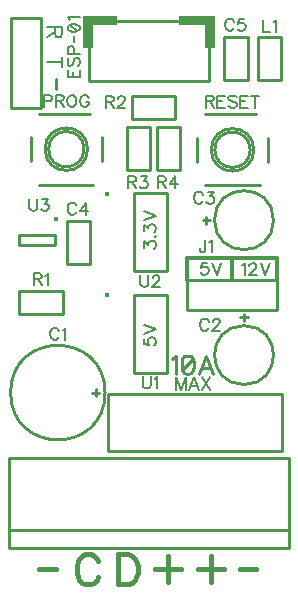
<source format=gto>
G04 DipTrace 2.4.0.2*
%INESPixelStick.GTO*%
%MOIN*%
%ADD10C,0.0098*%
%ADD19C,0.012*%
%ADD30C,0.0154*%
%ADD70C,0.0062*%
%ADD71C,0.0093*%
%ADD72C,0.0077*%
%FSLAX44Y44*%
G04*
G70*
G90*
G75*
G01*
%LNTopSilk*%
%LPD*%
X4051Y10562D2*
D10*
G02X4051Y10562I1575J0D01*
G01*
X6886Y10680D2*
Y10444D1*
X7004Y10562D2*
X6768D1*
X11831Y10828D2*
G02X11831Y10828I0J984D01*
G01*
X11713Y13072D2*
X11949D1*
X11831Y13190D2*
Y12954D1*
X12815Y16312D2*
G02X12815Y16312I-984J0D01*
G01*
X10571Y16194D2*
Y16430D1*
X10453Y16312D2*
X10689D1*
X5923Y14842D2*
X6703D1*
Y16282D1*
X5923D1*
Y14842D1*
X11952Y22408D2*
X11172D1*
Y20968D1*
X11952D1*
Y22408D1*
X7302Y10502D2*
X13082D1*
Y8622D1*
X7302D1*
Y10502D1*
X9937Y13312D2*
Y14312D1*
X12937D1*
Y13312D2*
Y14312D1*
X9937Y13312D2*
X12937D1*
X6661Y20936D2*
X10662D1*
X6661Y22937D2*
X10662D1*
X6661Y20936D2*
Y22937D1*
X10662Y20936D2*
Y22937D1*
G36*
X6474Y23125D2*
X6786D1*
Y22062D1*
X6474D1*
Y23125D1*
G37*
G36*
X6661D2*
X7600D1*
Y22812D1*
X6661D1*
Y23125D1*
G37*
G36*
X10537D2*
X10849D1*
Y22062D1*
X10537D1*
Y23125D1*
G37*
G36*
X9661D2*
X10599D1*
Y22812D1*
X9661D1*
Y23125D1*
G37*
X13344Y5387D2*
D10*
X3984D1*
Y8387D1*
X13344D1*
Y5387D1*
Y5987D2*
X3984D1*
X4062Y20062D2*
X5062D1*
Y23062D1*
X4062D1*
Y20062D1*
X12296Y20967D2*
X13076D1*
Y22407D1*
X12296D1*
Y20967D1*
X5783Y13172D2*
X4343D1*
Y13952D1*
X5783D1*
Y13172D1*
X8091Y20452D2*
X9531D1*
Y19672D1*
X8091D1*
Y20452D1*
X8702Y19406D2*
X7922D1*
Y17966D1*
X8702D1*
Y19406D1*
X8922Y17966D2*
X9702D1*
Y19406D1*
X8922D1*
Y17966D1*
X10739Y18657D2*
G02X10739Y18657I709J0D01*
G01*
X12353Y17476D2*
X10542D1*
X10267Y18264D2*
Y19051D1*
X10542Y19839D2*
X12235D1*
X12629Y19051D2*
Y18264D1*
X10857Y18657D2*
G02X10857Y18657I590J0D01*
G01*
X5199Y18676D2*
G02X5199Y18676I709J0D01*
G01*
X6813Y17495D2*
X5002D1*
X4726Y18282D2*
Y19070D1*
X5002Y19857D2*
X6695D1*
X7089Y19070D2*
Y18282D1*
X5317Y18676D2*
G02X5317Y18676I590J0D01*
G01*
D30*
X7260Y13820D3*
X8153Y13831D2*
D10*
Y11232D1*
X9255Y13831D2*
Y11232D1*
X8153D2*
X9255D1*
X8153Y13831D2*
X9255D1*
D30*
X7260Y17195D3*
X8153Y17206D2*
D10*
Y14607D1*
X9255Y17206D2*
Y14607D1*
X8153D2*
X9255D1*
X8153Y17206D2*
X9255D1*
D30*
X5581Y16353D3*
X5529Y15813D2*
D10*
X4347D1*
X5529Y15498D2*
X4347D1*
Y15813D2*
Y15498D1*
X5529Y15813D2*
Y15498D1*
X9937Y14312D2*
D19*
Y15062D1*
X11437D1*
Y14312D1*
Y15062D2*
X12937D1*
Y14312D1*
X5660Y12627D2*
D70*
X5641Y12665D1*
X5602Y12704D1*
X5564Y12723D1*
X5488D1*
X5449Y12704D1*
X5411Y12665D1*
X5392Y12627D1*
X5373Y12570D1*
Y12474D1*
X5392Y12417D1*
X5411Y12378D1*
X5449Y12340D1*
X5488Y12321D1*
X5564D1*
X5602Y12340D1*
X5641Y12378D1*
X5660Y12417D1*
X5783Y12646D2*
X5822Y12665D1*
X5879Y12722D1*
Y12321D1*
X10653Y12930D2*
X10634Y12968D1*
X10596Y13007D1*
X10558Y13026D1*
X10481D1*
X10443Y13007D1*
X10405Y12968D1*
X10386Y12930D1*
X10367Y12873D1*
Y12777D1*
X10386Y12720D1*
X10405Y12681D1*
X10443Y12643D1*
X10481Y12624D1*
X10558D1*
X10596Y12643D1*
X10634Y12681D1*
X10653Y12720D1*
X10796Y12930D2*
Y12949D1*
X10815Y12987D1*
X10834Y13006D1*
X10873Y13025D1*
X10949D1*
X10987Y13006D1*
X11006Y12987D1*
X11026Y12949D1*
Y12911D1*
X11006Y12872D1*
X10968Y12815D1*
X10777Y12624D1*
X11045D1*
X10457Y17162D2*
X10438Y17200D1*
X10399Y17238D1*
X10361Y17257D1*
X10285D1*
X10246Y17238D1*
X10208Y17200D1*
X10189Y17162D1*
X10170Y17104D1*
Y17008D1*
X10189Y16951D1*
X10208Y16913D1*
X10246Y16875D1*
X10285Y16855D1*
X10361D1*
X10399Y16875D1*
X10438Y16913D1*
X10457Y16951D1*
X10619Y17257D2*
X10829D1*
X10714Y17104D1*
X10772D1*
X10810Y17085D1*
X10829Y17066D1*
X10848Y17008D1*
Y16970D1*
X10829Y16913D1*
X10791Y16874D1*
X10733Y16855D1*
X10676D1*
X10619Y16874D1*
X10600Y16894D1*
X10580Y16932D1*
X6236Y16802D2*
X6217Y16840D1*
X6179Y16879D1*
X6141Y16898D1*
X6064D1*
X6026Y16879D1*
X5988Y16840D1*
X5968Y16802D1*
X5949Y16745D1*
Y16649D1*
X5968Y16592D1*
X5988Y16553D1*
X6026Y16515D1*
X6064Y16496D1*
X6141D1*
X6179Y16515D1*
X6217Y16553D1*
X6236Y16592D1*
X6551Y16496D2*
Y16897D1*
X6360Y16630D1*
X6647D1*
X11495Y22928D2*
X11476Y22966D1*
X11437Y23005D1*
X11399Y23024D1*
X11323D1*
X11284Y23005D1*
X11246Y22966D1*
X11227Y22928D1*
X11208Y22871D1*
Y22775D1*
X11227Y22718D1*
X11246Y22679D1*
X11284Y22641D1*
X11323Y22622D1*
X11399D1*
X11437Y22641D1*
X11476Y22679D1*
X11495Y22718D1*
X11848Y23023D2*
X11657D1*
X11638Y22851D1*
X11657Y22870D1*
X11714Y22890D1*
X11771D1*
X11829Y22870D1*
X11867Y22832D1*
X11886Y22775D1*
Y22737D1*
X11867Y22679D1*
X11829Y22641D1*
X11771Y22622D1*
X11714D1*
X11657Y22641D1*
X11638Y22660D1*
X11618Y22698D1*
X10548Y15648D2*
Y15342D1*
X10529Y15284D1*
X10510Y15265D1*
X10472Y15246D1*
X10433D1*
X10395Y15265D1*
X10376Y15284D1*
X10357Y15342D1*
Y15380D1*
X10672Y15571D2*
X10710Y15590D1*
X10767Y15647D1*
Y15246D1*
X5951Y21331D2*
Y21082D1*
X6353D1*
Y21331D1*
X6142Y21082D2*
Y21235D1*
X6008Y21722D2*
X5970Y21684D1*
X5951Y21627D1*
Y21550D1*
X5970Y21493D1*
X6008Y21454D1*
X6046D1*
X6085Y21474D1*
X6104Y21493D1*
X6123Y21531D1*
X6161Y21646D1*
X6180Y21684D1*
X6200Y21703D1*
X6238Y21722D1*
X6295D1*
X6333Y21684D1*
X6353Y21627D1*
Y21550D1*
X6333Y21493D1*
X6295Y21454D1*
X6161Y21846D2*
Y22018D1*
X6142Y22075D1*
X6123Y22095D1*
X6085Y22114D1*
X6027D1*
X5989Y22095D1*
X5970Y22075D1*
X5951Y22018D1*
Y21846D1*
X6353D1*
X6152Y22237D2*
Y22458D1*
X5951Y22697D2*
X5970Y22639D1*
X6028Y22601D1*
X6123Y22582D1*
X6181D1*
X6276Y22601D1*
X6334Y22639D1*
X6353Y22697D1*
Y22735D1*
X6334Y22792D1*
X6276Y22830D1*
X6181Y22850D1*
X6123D1*
X6028Y22830D1*
X5970Y22792D1*
X5951Y22735D1*
Y22697D1*
X6028Y22830D2*
X6276Y22601D1*
X6028Y22973D2*
X6008Y23012D1*
X5951Y23069D1*
X6353D1*
X12462Y22993D2*
Y22591D1*
X12691D1*
X12815Y22916D2*
X12853Y22935D1*
X12910Y22992D1*
Y22591D1*
X4819Y14346D2*
X4991D1*
X5049Y14366D1*
X5068Y14385D1*
X5087Y14423D1*
Y14461D1*
X5068Y14499D1*
X5049Y14519D1*
X4991Y14538D1*
X4819D1*
Y14136D1*
X4953Y14346D2*
X5087Y14136D1*
X5211Y14461D2*
X5249Y14480D1*
X5307Y14537D1*
Y14136D1*
X7216Y20251D2*
X7388D1*
X7446Y20271D1*
X7465Y20290D1*
X7484Y20328D1*
Y20366D1*
X7465Y20404D1*
X7446Y20424D1*
X7388Y20443D1*
X7216D1*
Y20041D1*
X7350Y20251D2*
X7484Y20041D1*
X7627Y20347D2*
Y20366D1*
X7646Y20404D1*
X7665Y20423D1*
X7704Y20442D1*
X7780D1*
X7818Y20423D1*
X7837Y20404D1*
X7857Y20366D1*
Y20328D1*
X7837Y20289D1*
X7799Y20232D1*
X7608Y20041D1*
X7876D1*
X7967Y17580D2*
X8139D1*
X8197Y17600D1*
X8216Y17619D1*
X8235Y17657D1*
Y17695D1*
X8216Y17733D1*
X8197Y17753D1*
X8139Y17772D1*
X7967D1*
Y17370D1*
X8101Y17580D2*
X8235Y17370D1*
X8397Y17771D2*
X8607D1*
X8493Y17618D1*
X8550D1*
X8588Y17599D1*
X8607Y17580D1*
X8627Y17523D1*
Y17485D1*
X8607Y17427D1*
X8569Y17389D1*
X8512Y17370D1*
X8454D1*
X8397Y17389D1*
X8378Y17408D1*
X8359Y17446D1*
X8958Y17580D2*
X9130D1*
X9187Y17600D1*
X9207Y17619D1*
X9226Y17657D1*
Y17695D1*
X9207Y17733D1*
X9187Y17753D1*
X9130Y17772D1*
X8958D1*
Y17370D1*
X9092Y17580D2*
X9226Y17370D1*
X9541D2*
Y17771D1*
X9349Y17504D1*
X9636D1*
X10550Y20272D2*
X10722D1*
X10780Y20292D1*
X10799Y20311D1*
X10818Y20349D1*
Y20387D1*
X10799Y20425D1*
X10780Y20445D1*
X10722Y20464D1*
X10550D1*
Y20062D1*
X10684Y20272D2*
X10818Y20062D1*
X11190Y20464D2*
X10942D1*
Y20062D1*
X11190D1*
X10942Y20272D2*
X11095D1*
X11582Y20406D2*
X11544Y20445D1*
X11486Y20464D1*
X11410D1*
X11352Y20445D1*
X11314Y20406D1*
Y20368D1*
X11333Y20330D1*
X11352Y20311D1*
X11390Y20292D1*
X11505Y20253D1*
X11544Y20234D1*
X11563Y20215D1*
X11582Y20177D1*
Y20119D1*
X11544Y20081D1*
X11486Y20062D1*
X11410D1*
X11352Y20081D1*
X11314Y20119D1*
X11954Y20464D2*
X11705D1*
Y20062D1*
X11954D1*
X11705Y20272D2*
X11858D1*
X12211Y20464D2*
Y20062D1*
X12077Y20464D2*
X12345D1*
X5158Y20272D2*
X5330D1*
X5387Y20291D1*
X5407Y20310D1*
X5426Y20348D1*
Y20406D1*
X5407Y20444D1*
X5387Y20463D1*
X5330Y20482D1*
X5158D1*
Y20081D1*
X5549Y20291D2*
X5721D1*
X5779Y20310D1*
X5798Y20329D1*
X5817Y20367D1*
Y20406D1*
X5798Y20444D1*
X5779Y20463D1*
X5721Y20482D1*
X5549D1*
Y20081D1*
X5683Y20291D2*
X5817Y20081D1*
X6056Y20482D2*
X6017Y20463D1*
X5979Y20425D1*
X5960Y20387D1*
X5941Y20329D1*
Y20234D1*
X5960Y20176D1*
X5979Y20138D1*
X6017Y20100D1*
X6056Y20081D1*
X6132D1*
X6170Y20100D1*
X6209Y20138D1*
X6228Y20176D1*
X6247Y20234D1*
Y20329D1*
X6228Y20387D1*
X6209Y20425D1*
X6170Y20463D1*
X6132Y20482D1*
X6056D1*
X6657Y20387D2*
X6638Y20425D1*
X6600Y20463D1*
X6562Y20482D1*
X6485D1*
X6447Y20463D1*
X6409Y20425D1*
X6389Y20387D1*
X6370Y20329D1*
Y20234D1*
X6389Y20176D1*
X6409Y20138D1*
X6447Y20100D1*
X6485Y20081D1*
X6562D1*
X6600Y20100D1*
X6638Y20138D1*
X6657Y20176D1*
Y20234D1*
X6562D1*
X8460Y11108D2*
Y10821D1*
X8479Y10764D1*
X8518Y10726D1*
X8575Y10706D1*
X8613D1*
X8671Y10726D1*
X8709Y10764D1*
X8728Y10821D1*
Y11108D1*
X8851Y11031D2*
X8890Y11051D1*
X8947Y11108D1*
Y10706D1*
X8493Y12363D2*
Y12172D1*
X8665Y12153D1*
X8646Y12172D1*
X8627Y12230D1*
Y12287D1*
X8646Y12344D1*
X8684Y12383D1*
X8742Y12402D1*
X8780D1*
X8837Y12383D1*
X8876Y12344D1*
X8895Y12287D1*
Y12230D1*
X8876Y12172D1*
X8856Y12153D1*
X8818Y12134D1*
X8493Y12525D2*
X8895Y12678D1*
X8493Y12831D1*
X8374Y14483D2*
Y14196D1*
X8393Y14139D1*
X8432Y14101D1*
X8489Y14081D1*
X8527D1*
X8585Y14101D1*
X8623Y14139D1*
X8642Y14196D1*
Y14483D1*
X8785Y14387D2*
Y14406D1*
X8804Y14445D1*
X8823Y14464D1*
X8861Y14483D1*
X8938D1*
X8976Y14464D1*
X8995Y14445D1*
X9014Y14406D1*
Y14368D1*
X8995Y14330D1*
X8957Y14273D1*
X8765Y14081D1*
X9033D1*
X8493Y15395D2*
Y15605D1*
X8646Y15491D1*
Y15548D1*
X8665Y15586D1*
X8684Y15605D1*
X8742Y15625D1*
X8780D1*
X8837Y15605D1*
X8876Y15567D1*
X8895Y15510D1*
Y15452D1*
X8876Y15395D1*
X8856Y15376D1*
X8818Y15357D1*
X8856Y15767D2*
X8876Y15748D1*
X8895Y15767D1*
X8876Y15787D1*
X8856Y15767D1*
X8493Y15949D2*
Y16159D1*
X8646Y16044D1*
Y16102D1*
X8665Y16140D1*
X8684Y16159D1*
X8742Y16178D1*
X8780D1*
X8837Y16159D1*
X8876Y16121D1*
X8895Y16063D1*
Y16006D1*
X8876Y15949D1*
X8856Y15930D1*
X8818Y15910D1*
X8493Y16302D2*
X8895Y16455D1*
X8493Y16608D1*
X4673Y17016D2*
Y16729D1*
X4692Y16672D1*
X4731Y16634D1*
X4788Y16614D1*
X4826D1*
X4884Y16634D1*
X4922Y16672D1*
X4941Y16729D1*
Y17016D1*
X5103D2*
X5313D1*
X5199Y16863D1*
X5256D1*
X5294Y16844D1*
X5313Y16825D1*
X5333Y16767D1*
Y16729D1*
X5313Y16672D1*
X5275Y16633D1*
X5218Y16614D1*
X5160D1*
X5103Y16633D1*
X5084Y16653D1*
X5065Y16691D1*
X9885Y10665D2*
Y11067D1*
X9732Y10665D1*
X9579Y11067D1*
Y10665D1*
X10315D2*
X10161Y11067D1*
X10008Y10665D1*
X10066Y10799D2*
X10257D1*
X10438Y11067D2*
X10706Y10665D1*
Y11067D2*
X10438Y10665D1*
X10743Y5103D2*
D30*
Y4242D1*
X10313Y4672D2*
X11174D1*
X11688D2*
X12241D1*
X9305Y5103D2*
Y4242D1*
X8875Y4672D2*
X9736D1*
X7625Y5175D2*
Y4170D1*
X7960D1*
X8104Y4219D1*
X8200Y4314D1*
X8247Y4410D1*
X8295Y4553D1*
Y4793D1*
X8247Y4936D1*
X8200Y5031D1*
X8104Y5128D1*
X7960Y5175D1*
X7625D1*
X6967Y4936D2*
X6920Y5031D1*
X6823Y5128D1*
X6728Y5175D1*
X6537D1*
X6441Y5128D1*
X6346Y5031D1*
X6297Y4936D1*
X6250Y4793D1*
Y4553D1*
X6297Y4410D1*
X6346Y4314D1*
X6441Y4219D1*
X6537Y4170D1*
X6728D1*
X6823Y4219D1*
X6920Y4314D1*
X6967Y4410D1*
X5000Y4672D2*
X5552D1*
X10613Y14897D2*
D70*
X10422D1*
X10403Y14725D1*
X10422Y14744D1*
X10480Y14764D1*
X10537D1*
X10594Y14744D1*
X10633Y14706D1*
X10652Y14649D1*
Y14611D1*
X10633Y14553D1*
X10594Y14515D1*
X10537Y14496D1*
X10480D1*
X10422Y14515D1*
X10403Y14534D1*
X10384Y14572D1*
X10775Y14898D2*
X10928Y14496D1*
X11081Y14898D1*
X11774Y14806D2*
X11812Y14825D1*
X11870Y14882D1*
Y14481D1*
X12013Y14787D2*
Y14806D1*
X12032Y14844D1*
X12051Y14863D1*
X12089Y14882D1*
X12166D1*
X12204Y14863D1*
X12223Y14844D1*
X12242Y14806D1*
Y14768D1*
X12223Y14729D1*
X12185Y14672D1*
X11993Y14481D1*
X12261D1*
X12385Y14883D2*
X12538Y14481D1*
X12691Y14883D1*
X9421Y11681D2*
D71*
X9479Y11711D1*
X9565Y11796D1*
Y11194D1*
X9922Y11796D2*
X9836Y11768D1*
X9779Y11681D1*
X9750Y11538D1*
Y11452D1*
X9779Y11309D1*
X9836Y11222D1*
X9922Y11194D1*
X9979D1*
X10066Y11222D1*
X10123Y11309D1*
X10152Y11452D1*
Y11538D1*
X10123Y11681D1*
X10066Y11768D1*
X9979Y11796D1*
X9922D1*
X10123Y11681D2*
X9779Y11309D1*
X10797Y11194D2*
X10567Y11797D1*
X10337Y11194D1*
X10423Y11395D2*
X10711D1*
X5767Y21568D2*
D72*
X5265D1*
X5767Y21736D2*
Y21401D1*
X5528Y22736D2*
Y22521D1*
X5552Y22449D1*
X5576Y22425D1*
X5624Y22401D1*
X5672D1*
X5719Y22425D1*
X5744Y22449D1*
X5767Y22521D1*
Y22736D1*
X5265D1*
X5528Y22568D2*
X5265Y22401D1*
X5557Y21016D2*
D71*
Y20684D1*
M02*

</source>
